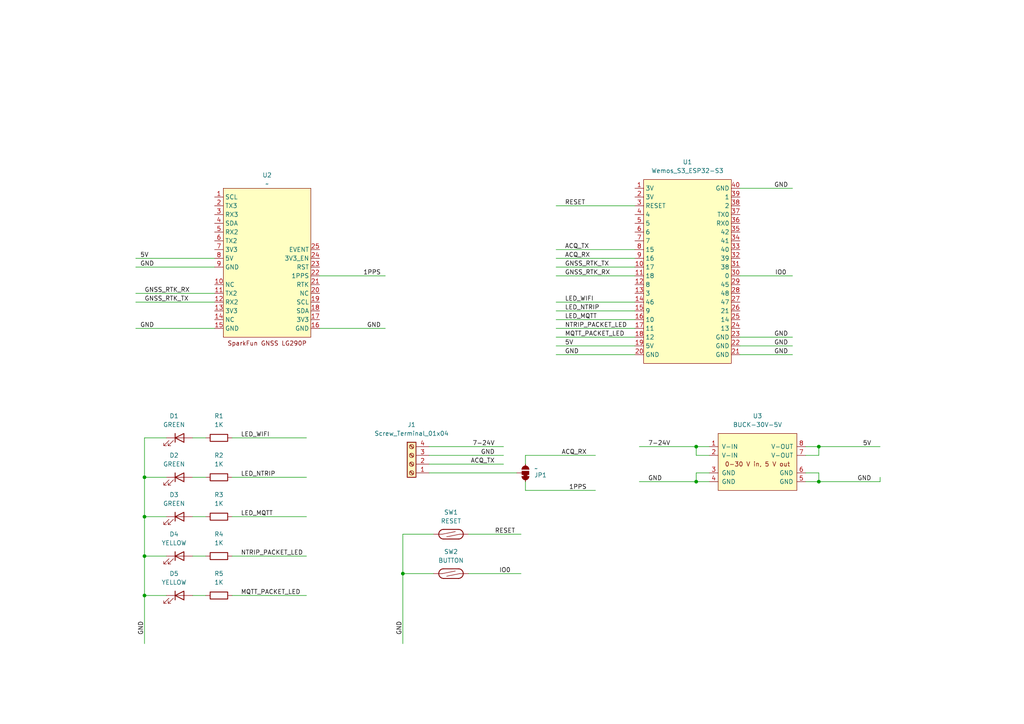
<source format=kicad_sch>
(kicad_sch (version 20250114) (generator "eeschema") (generator_version "9.0")
  (paper "A4")
  (lib_symbols
    (symbol "Connector:Screw_Terminal_01x04" (pin_names (offset 1.016) (hide yes))
      (property "Reference" "J" (at 0 5.08 0))
      (property "Value" "Screw_Terminal_01x04" (at 0 -7.62 0))
      (symbol "Screw_Terminal_01x04_1_1"
        (rectangle (start -1.27 3.81) (end 1.27 -6.35) (stroke (width 0.254)) (fill (type background)))
        (polyline (pts (xy -0.5334 2.8702) (xy 0.3302 2.032)) (stroke (width 0.1524)))
        (polyline (pts (xy -0.5334 0.3302) (xy 0.3302 -0.508)) (stroke (width 0.1524)))
        (polyline (pts (xy -0.5334 -2.2098) (xy 0.3302 -3.048)) (stroke (width 0.1524)))
        (polyline (pts (xy -0.5334 -4.7498) (xy 0.3302 -5.588)) (stroke (width 0.1524)))
        (polyline (pts (xy -0.3556 3.048) (xy 0.508 2.2098)) (stroke (width 0.1524)))
        (polyline (pts (xy -0.3556 0.508) (xy 0.508 -0.3302)) (stroke (width 0.1524)))
        (polyline (pts (xy -0.3556 -2.032) (xy 0.508 -2.8702)) (stroke (width 0.1524)))
        (polyline (pts (xy -0.3556 -4.572) (xy 0.508 -5.4102)) (stroke (width 0.1524)))
        (circle (center 0 2.54) (radius 0.635) (stroke (width 0.1524)))
        (circle (center 0 0) (radius 0.635) (stroke (width 0.1524)))
        (circle (center 0 -2.54) (radius 0.635) (stroke (width 0.1524)))
        (circle (center 0 -5.08) (radius 0.635) (stroke (width 0.1524)))
        (pin passive line (at -5.08 2.54 0) (length 3.81) (name "Pin_1") (number "1"))
        (pin passive line (at -5.08 0 0) (length 3.81) (name "Pin_2") (number "2"))
        (pin passive line (at -5.08 -2.54 0) (length 3.81) (name "Pin_3") (number "3"))
        (pin passive line (at -5.08 -5.08 0) (length 3.81) (name "Pin_4") (number "4"))
      )
    )
    (symbol "Device:LED" (pin_numbers (hide yes)) (pin_names (offset 1.016) (hide yes))
      (property "Reference" "D" (at 0 2.54 0))
      (property "Value" "LED" (at 0 -2.54 0))
      (symbol "LED_0_1"
        (polyline (pts (xy -3.048 -0.762) (xy -4.572 -2.286) (xy -3.81 -2.286) (xy -4.572 -2.286) (xy -4.572 -1.524)))
        (polyline (pts (xy -1.778 -0.762) (xy -3.302 -2.286) (xy -2.54 -2.286) (xy -3.302 -2.286) (xy -3.302 -1.524)))
        (polyline (pts (xy -1.27 0) (xy 1.27 0)))
        (polyline (pts (xy -1.27 -1.27) (xy -1.27 1.27)) (stroke (width 0.254)))
        (polyline (pts (xy 1.27 -1.27) (xy 1.27 1.27) (xy -1.27 0) (xy 1.27 -1.27)) (stroke (width 0.254)))
      )
      (symbol "LED_1_1"
        (pin passive line (at -3.81 0 0) (length 2.54) (name "K") (number "1"))
        (pin passive line (at 3.81 0 180) (length 2.54) (name "A") (number "2"))
      )
    )
    (symbol "Device:R" (pin_numbers (hide yes)) (pin_names (offset 0))
      (property "Reference" "R" (at 2.032 0 90))
      (property "Value" "R" (at 0 0 90))
      (symbol "R_0_1"
        (rectangle (start -1.016 -2.54) (end 1.016 2.54) (stroke (width 0.254)))
      )
      (symbol "R_1_1"
        (pin passive line (at 0 3.81 270) (length 1.27) (name "~") (number "1"))
        (pin passive line (at 0 -3.81 90) (length 1.27) (name "~") (number "2"))
      )
    )
    (symbol "SparkFun-Jumper:SolderJumper_3_Bridged12" (pin_numbers (hide yes)) (pin_names (offset 0) (hide yes))
      (property "Reference" "JP" (at 0 2.54 0))
      (property "Value" "~" (at 3.81 1.27 0))
      (symbol "SolderJumper_3_Bridged12_0_1"
        (polyline (pts (xy -2.54 0) (xy -2.032 0)))
        (polyline (pts (xy -1.016 1.016) (xy -1.016 -1.016)))
        (rectangle (start -1.016 0.508) (end -0.508 -0.508) (fill (type outline)))
        (arc (start -1.016 -1.016) (mid -2.0276 0) (end -1.016 1.016))
        (arc (start -1.016 -1.016) (mid -2.0276 0) (end -1.016 1.016) (fill (type outline)))
        (rectangle (start -0.508 1.016) (end 0.508 -1.016) (fill (type outline)))
        (polyline (pts (xy 0 -1.27) (xy 0 -1.016)))
        (arc (start 1.016 1.016) (mid 2.0276 0) (end 1.016 -1.016))
        (arc (start 1.016 1.016) (mid 2.0276 0) (end 1.016 -1.016) (fill (type outline)))
        (polyline (pts (xy 1.016 1.016) (xy 1.016 -1.016)))
        (polyline (pts (xy 2.54 0) (xy 2.032 0)))
      )
      (symbol "SolderJumper_3_Bridged12_1_1"
        (pin passive line (at -2.54 0 0) (length 1.27) (name "A") (number "1"))
        (pin passive line (at 0 -2.54 90) (length 1.27) (name "B") (number "2"))
        (pin passive line (at 2.54 0 180) (length 1.27) (name "C") (number "3"))
      )
    )
    (symbol "Switch:SW_Reed" (pin_numbers (hide yes)) (pin_names (offset 0) (hide yes))
      (property "Reference" "SW" (at 0 2.54 0))
      (property "Value" "SW_Reed" (at 0 -2.54 0))
      (symbol "SW_Reed_0_0"
        (polyline (pts (xy -2.54 0) (xy 1.27 0.762)))
        (polyline (pts (xy -2.159 -1.397) (xy 2.286 -1.397)) (stroke (width 0.254)))
        (arc (start -2.159 -1.397) (mid -3.55 0) (end -2.159 1.397) (stroke (width 0.254)))
        (arc (start 2.159 1.397) (mid 3.55 0) (end 2.159 -1.397) (stroke (width 0.254)))
        (polyline (pts (xy 2.159 1.397) (xy -2.159 1.397)) (stroke (width 0.254)))
        (polyline (pts (xy 2.54 0) (xy -1.27 -0.762)))
      )
      (symbol "SW_Reed_1_1"
        (pin passive line (at -5.08 0 0) (length 2.54) (name "1") (number "1"))
        (pin passive line (at 5.08 0 180) (length 2.54) (name "2") (number "2"))
      )
    )
    (symbol "my-KiCad-library:BUCK-30V-5V-ESP32_node" (pin_names (offset 1.016))
      (property "Reference" "U8" (at 0 13.081 0))
      (property "Value" "BUCK-30V-5V" (at 0 10.7696 0))
      (symbol "BUCK-30V-5V-ESP32_node_0_0"
        (text "0-30 V in, 5 V out" (at 0 0 0) (effects (font (size 1.27 1.27))))
      )
      (symbol "BUCK-30V-5V-ESP32_node_1_0"
        (rectangle (start -11.43 8.89) (end 11.43 -7.62) (fill (type background)))
      )
      (symbol "BUCK-30V-5V-ESP32_node_1_1"
        (pin power_in line (at -13.97 5.08 0) (length 2.54) (name "V-IN") (number "1"))
        (pin power_in line (at -13.97 2.54 0) (length 2.54) (name "V-IN") (number "2"))
        (pin power_in line (at -13.97 -2.54 0) (length 2.54) (name "GND") (number "3"))
        (pin power_in line (at -13.97 -5.08 0) (length 2.54) (name "GND") (number "4"))
        (pin power_out line (at 13.97 5.08 180) (length 2.54) (name "V-OUT") (number "8"))
        (pin power_out line (at 13.97 2.54 180) (length 2.54) (name "V-OUT") (number "7"))
        (pin power_in line (at 13.97 -2.54 180) (length 2.54) (name "GND") (number "6"))
        (pin power_out line (at 13.97 -5.08 180) (length 2.54) (name "GND") (number "5"))
      )
    )
    (symbol "my-KiCad-library:SparkFun_GNSS_LG290P"
      (property "Reference" "U" (at 0 0.254 0))
      (symbol "SparkFun_GNSS_LG290P_1_1"
        (rectangle (start -12.7 22.86) (end 12.7 -20.32) (fill (type background)))
        (text "SparkFun GNSS LG290P" (at 0 -22.098 0) (effects (font (size 1.27 1.27))))
        (pin bidirectional line (at -15.24 20.32 0) (length 2.54) (name "SCL") (number "1"))
        (pin output line (at -15.24 17.78 0) (length 2.54) (name "TX3") (number "2"))
        (pin input line (at -15.24 15.24 0) (length 2.54) (name "RX3") (number "3"))
        (pin bidirectional line (at -15.24 12.7 0) (length 2.54) (name "SDA") (number "4"))
        (pin input line (at -15.24 10.16 0) (length 2.54) (name "RX2") (number "5"))
        (pin input line (at -15.24 7.62 0) (length 2.54) (name "TX2") (number "6"))
        (pin power_out line (at -15.24 5.08 0) (length 2.54) (name "3V3") (number "7"))
        (pin power_in line (at -15.24 2.54 0) (length 2.54) (name "5V") (number "8"))
        (pin power_in line (at -15.24 0 0) (length 2.54) (name "GND") (number "9"))
        (pin free line (at -15.24 -5.08 0) (length 2.54) (name "NC") (number "10"))
        (pin output line (at -15.24 -7.62 0) (length 2.54) (name "TX2") (number "11"))
        (pin input line (at -15.24 -10.16 0) (length 2.54) (name "RX2") (number "12"))
        (pin power_out line (at -15.24 -12.7 0) (length 2.54) (name "3V3") (number "13"))
        (pin free line (at -15.24 -15.24 0) (length 2.54) (name "NC") (number "14"))
        (pin power_in line (at -15.24 -17.78 0) (length 2.54) (name "GND") (number "15"))
        (pin input line (at 15.24 5.08 180) (length 2.54) (name "EVENT") (number "25"))
        (pin input line (at 15.24 2.54 180) (length 2.54) (name "3V3_EN") (number "24"))
        (pin input line (at 15.24 0 180) (length 2.54) (name "RST") (number "23"))
        (pin output line (at 15.24 -2.54 180) (length 2.54) (name "1PPS") (number "22"))
        (pin output line (at 15.24 -5.08 180) (length 2.54) (name "RTK") (number "21"))
        (pin free line (at 15.24 -7.62 180) (length 2.54) (name "NC") (number "20"))
        (pin bidirectional line (at 15.24 -10.16 180) (length 2.54) (name "SCL") (number "19"))
        (pin bidirectional line (at 15.24 -12.7 180) (length 2.54) (name "SDA") (number "18"))
        (pin power_out line (at 15.24 -15.24 180) (length 2.54) (name "3V3") (number "17"))
        (pin power_in line (at 15.24 -17.78 180) (length 2.54) (name "GND") (number "16"))
      )
    )
    (symbol "my-KiCad-library:Wemos_S3_ESP32-S3"
      (property "Reference" "U" (at 0 0 0))
      (property "Value" "Wemos_S3_ESP32-S3" (at -0.254 26.924 0))
      (symbol "Wemos_S3_ESP32-S3_1_1"
        (rectangle (start -12.7 25.4) (end 12.7 -27.94) (fill (type background)))
        (pin power_in line (at -15.24 22.86 0) (length 2.54) (name "3V") (number "1"))
        (pin power_in line (at -15.24 20.32 0) (length 2.54) (name "3V") (number "2"))
        (pin bidirectional line (at -15.24 17.78 0) (length 2.54) (name "RESET") (number "3"))
        (pin bidirectional line (at -15.24 15.24 0) (length 2.54) (name "4") (number "4"))
        (pin bidirectional line (at -15.24 12.7 0) (length 2.54) (name "5") (number "5"))
        (pin bidirectional line (at -15.24 10.16 0) (length 2.54) (name "6") (number "6"))
        (pin bidirectional line (at -15.24 7.62 0) (length 2.54) (name "7") (number "7"))
        (pin bidirectional line (at -15.24 5.08 0) (length 2.54) (name "15") (number "8"))
        (pin bidirectional line (at -15.24 2.54 0) (length 2.54) (name "16") (number "9"))
        (pin bidirectional line (at -15.24 0 0) (length 2.54) (name "17") (number "10"))
        (pin bidirectional line (at -15.24 -2.54 0) (length 2.54) (name "18") (number "11"))
        (pin bidirectional line (at -15.24 -5.08 0) (length 2.54) (name "8") (number "12"))
        (pin bidirectional line (at -15.24 -7.62 0) (length 2.54) (name "3") (number "13"))
        (pin bidirectional line (at -15.24 -10.16 0) (length 2.54) (name "46") (number "14"))
        (pin bidirectional line (at -15.24 -12.7 0) (length 2.54) (name "9") (number "15"))
        (pin bidirectional line (at -15.24 -15.24 0) (length 2.54) (name "10") (number "16"))
        (pin bidirectional line (at -15.24 -17.78 0) (length 2.54) (name "11") (number "17"))
        (pin bidirectional line (at -15.24 -20.32 0) (length 2.54) (name "12") (number "18"))
        (pin power_in line (at -15.24 -22.86 0) (length 2.54) (name "5V") (number "19"))
        (pin bidirectional line (at -15.24 -25.4 0) (length 2.54) (name "GND") (number "20"))
        (pin bidirectional line (at 15.24 22.86 180) (length 2.54) (name "GND") (number "40"))
        (pin bidirectional line (at 15.24 20.32 180) (length 2.54) (name "1") (number "39"))
        (pin bidirectional line (at 15.24 17.78 180) (length 2.54) (name "2") (number "38"))
        (pin bidirectional line (at 15.24 15.24 180) (length 2.54) (name "TX0") (number "37"))
        (pin bidirectional line (at 15.24 12.7 180) (length 2.54) (name "RX0") (number "36"))
        (pin bidirectional line (at 15.24 10.16 180) (length 2.54) (name "42") (number "35"))
        (pin bidirectional line (at 15.24 7.62 180) (length 2.54) (name "41") (number "34"))
        (pin bidirectional line (at 15.24 5.08 180) (length 2.54) (name "40") (number "33"))
        (pin bidirectional line (at 15.24 2.54 180) (length 2.54) (name "39") (number "32"))
        (pin bidirectional line (at 15.24 0 180) (length 2.54) (name "38") (number "31"))
        (pin bidirectional line (at 15.24 -2.54 180) (length 2.54) (name "0") (number "30"))
        (pin bidirectional line (at 15.24 -5.08 180) (length 2.54) (name "45") (number "29"))
        (pin bidirectional line (at 15.24 -7.62 180) (length 2.54) (name "48") (number "28"))
        (pin bidirectional line (at 15.24 -10.16 180) (length 2.54) (name "47") (number "27"))
        (pin bidirectional line (at 15.24 -12.7 180) (length 2.54) (name "21") (number "26"))
        (pin bidirectional line (at 15.24 -15.24 180) (length 2.54) (name "14") (number "25"))
        (pin bidirectional line (at 15.24 -17.78 180) (length 2.54) (name "13") (number "24"))
        (pin bidirectional line (at 15.24 -20.32 180) (length 2.54) (name "GND") (number "23"))
        (pin bidirectional line (at 15.24 -22.86 180) (length 2.54) (name "GND") (number "22"))
        (pin bidirectional line (at 15.24 -25.4 180) (length 2.54) (name "GND") (number "21"))
      )
    )
  )
  (junction (at 237.49 139.7))
  (junction (at 41.91 149.86))
  (junction (at 41.91 172.72))
  (junction (at 201.93 129.54))
  (junction (at 201.93 139.7))
  (junction (at 41.91 138.43))
  (junction (at 41.91 161.29))
  (junction (at 116.84 166.37))
  (junction (at 237.49 129.54))
  (wire (pts (xy 161.29 102.87) (xy 184.15 102.87)))
  (wire (pts (xy 88.9 127) (xy 67.31 127)))
  (wire (pts (xy 161.29 80.01) (xy 184.15 80.01)))
  (wire (pts (xy 48.26 127) (xy 41.91 127)))
  (wire (pts (xy 161.29 87.63) (xy 184.15 87.63)))
  (wire (pts (xy 152.4 132.08) (xy 172.72 132.08)))
  (wire (pts (xy 233.68 132.08) (xy 237.49 132.08)))
  (wire (pts (xy 152.4 134.62) (xy 152.4 132.08)))
  (wire (pts (xy 116.84 166.37) (xy 125.73 166.37)))
  (wire (pts (xy 152.4 142.24) (xy 172.72 142.24)))
  (wire (pts (xy 41.91 138.43) (xy 41.91 149.86)))
  (wire (pts (xy 161.29 90.17) (xy 184.15 90.17)))
  (wire (pts (xy 205.74 137.16) (xy 201.93 137.16)))
  (wire (pts (xy 161.29 100.33) (xy 184.15 100.33)))
  (wire (pts (xy 39.37 87.63) (xy 62.23 87.63)))
  (wire (pts (xy 185.42 129.54) (xy 201.93 129.54)))
  (wire (pts (xy 135.89 166.37) (xy 151.13 166.37)))
  (wire (pts (xy 48.26 161.29) (xy 41.91 161.29)))
  (wire (pts (xy 124.46 129.54) (xy 146.05 129.54)))
  (wire (pts (xy 41.91 161.29) (xy 41.91 172.72)))
  (wire (pts (xy 201.93 132.08) (xy 201.93 129.54)))
  (wire (pts (xy 161.29 72.39) (xy 184.15 72.39)))
  (wire (pts (xy 214.63 54.61) (xy 229.87 54.61)))
  (wire (pts (xy 161.29 92.71) (xy 184.15 92.71)))
  (wire (pts (xy 41.91 149.86) (xy 41.91 161.29)))
  (wire (pts (xy 92.71 95.25) (xy 111.76 95.25)))
  (wire (pts (xy 214.63 100.33) (xy 229.87 100.33)))
  (wire (pts (xy 135.89 154.94) (xy 151.13 154.94)))
  (wire (pts (xy 39.37 77.47) (xy 62.23 77.47)))
  (wire (pts (xy 161.29 97.79) (xy 184.15 97.79)))
  (wire (pts (xy 41.91 127) (xy 41.91 138.43)))
  (wire (pts (xy 39.37 85.09) (xy 62.23 85.09)))
  (wire (pts (xy 59.69 161.29) (xy 55.88 161.29)))
  (wire (pts (xy 161.29 95.25) (xy 184.15 95.25)))
  (wire (pts (xy 59.69 149.86) (xy 55.88 149.86)))
  (wire (pts (xy 88.9 161.29) (xy 67.31 161.29)))
  (wire (pts (xy 237.49 139.7) (xy 255.27 139.7)))
  (wire (pts (xy 161.29 77.47) (xy 184.15 77.47)))
  (wire (pts (xy 88.9 149.86) (xy 67.31 149.86)))
  (wire (pts (xy 255.27 138.43) (xy 255.27 139.7)))
  (wire (pts (xy 125.73 154.94) (xy 116.84 154.94)))
  (wire (pts (xy 214.63 80.01) (xy 229.87 80.01)))
  (wire (pts (xy 39.37 74.93) (xy 62.23 74.93)))
  (wire (pts (xy 185.42 139.7) (xy 201.93 139.7)))
  (wire (pts (xy 214.63 102.87) (xy 229.87 102.87)))
  (wire (pts (xy 116.84 154.94) (xy 116.84 166.37)))
  (wire (pts (xy 233.68 129.54) (xy 237.49 129.54)))
  (wire (pts (xy 124.46 134.62) (xy 146.05 134.62)))
  (wire (pts (xy 41.91 172.72) (xy 41.91 186.69)))
  (wire (pts (xy 88.9 172.72) (xy 67.31 172.72)))
  (wire (pts (xy 59.69 127) (xy 55.88 127)))
  (wire (pts (xy 152.4 139.7) (xy 152.4 142.24)))
  (wire (pts (xy 201.93 129.54) (xy 205.74 129.54)))
  (wire (pts (xy 48.26 172.72) (xy 41.91 172.72)))
  (wire (pts (xy 161.29 74.93) (xy 184.15 74.93)))
  (wire (pts (xy 59.69 172.72) (xy 55.88 172.72)))
  (wire (pts (xy 48.26 149.86) (xy 41.91 149.86)))
  (wire (pts (xy 201.93 137.16) (xy 201.93 139.7)))
  (wire (pts (xy 233.68 139.7) (xy 237.49 139.7)))
  (wire (pts (xy 205.74 132.08) (xy 201.93 132.08)))
  (wire (pts (xy 201.93 139.7) (xy 205.74 139.7)))
  (wire (pts (xy 92.71 80.01) (xy 111.76 80.01)))
  (wire (pts (xy 161.29 59.69) (xy 184.15 59.69)))
  (wire (pts (xy 48.26 138.43) (xy 41.91 138.43)))
  (wire (pts (xy 237.49 129.54) (xy 255.27 129.54)))
  (wire (pts (xy 124.46 132.08) (xy 146.05 132.08)))
  (wire (pts (xy 233.68 137.16) (xy 237.49 137.16)))
  (wire (pts (xy 214.63 97.79) (xy 229.87 97.79)))
  (wire (pts (xy 124.46 137.16) (xy 149.86 137.16)))
  (wire (pts (xy 59.69 138.43) (xy 55.88 138.43)))
  (wire (pts (xy 116.84 166.37) (xy 116.84 186.69)))
  (wire (pts (xy 39.37 95.25) (xy 62.23 95.25)))
  (wire (pts (xy 237.49 137.16) (xy 237.49 139.7)))
  (wire (pts (xy 237.49 132.08) (xy 237.49 129.54)))
  (wire (pts (xy 88.9 138.43) (xy 67.31 138.43)))
  (label "5V" (at 252.73 129.54 180))
  (label "5V" (at 163.83 100.33 0))
  (label "RESET" (at 163.83 59.69 0))
  (label "7-24V" (at 187.96 129.54 0))
  (label "NTRIP_PACKET_LED" (at 69.85 161.29 0))
  (label "LED_MQTT" (at 69.85 149.86 0))
  (label "LED_NTRIP" (at 163.83 90.17 0))
  (label "MQTT_PACKET_LED" (at 163.83 97.79 0))
  (label "RESET" (at 143.51 154.94 0))
  (label "MQTT_PACKET_LED" (at 69.85 172.72 0))
  (label "1PPS" (at 110.49 80.01 180))
  (label "GNSS_RTK_RX" (at 41.91 85.09 0))
  (label "GND" (at 116.84 184.15 90))
  (label "GND" (at 40.64 77.47 0))
  (label "GND" (at 252.73 139.7 180))
  (label "GND" (at 228.6 54.61 180))
  (label "1PPS" (at 170.18 142.24 180))
  (label "7-24V" (at 143.51 129.54 180))
  (label "ACQ_TX" (at 163.83 72.39 0))
  (label "GND" (at 40.64 95.25 0))
  (label "ACQ_RX" (at 163.83 74.93 0))
  (label "LED_WIFI" (at 69.85 127 0))
  (label "ACQ_RX" (at 170.18 132.08 180))
  (label "GNSS_RTK_RX" (at 163.83 80.01 0))
  (label "GND" (at 187.96 139.7 0))
  (label "GND" (at 228.6 97.79 180))
  (label "5V" (at 40.64 74.93 0))
  (label "LED_MQTT" (at 163.83 92.71 0))
  (label "GND" (at 228.6 102.87 180))
  (label "GND" (at 110.49 95.25 180))
  (label "IO0" (at 144.78 166.37 0))
  (label "GND" (at 41.91 184.15 90))
  (label "ACQ_TX" (at 143.51 134.62 180))
  (label "GND" (at 228.6 100.33 180))
  (label "GNSS_RTK_TX" (at 163.83 77.47 0))
  (label "GNSS_RTK_TX" (at 41.91 87.63 0))
  (label "GND" (at 143.51 132.08 180))
  (label "LED_WIFI" (at 163.83 87.63 0))
  (label "IO0" (at 224.79 80.01 0))
  (label "LED_NTRIP" (at 69.85 138.43 0))
  (label "GND" (at 163.83 102.87 0))
  (label "NTRIP_PACKET_LED" (at 163.83 95.25 0))
  (symbol (lib_id "Device:R") (at 63.5 138.43 90) (unit 1)
    (property "Reference" "R2" (at 63.5 132.08 90))
    (property "Value" "1K" (at 63.5 134.62 90))
    (property "Footprint" "Resistor_SMD:R_1206_3216Metric" (effects (hide yes)))
    (property "Description" "Resistor" (effects (hide yes)))
  )
  (symbol (lib_id "my-KiCad-library:Wemos_S3_ESP32-S3") (at 199.39 77.47 0) (unit 1)
    (property "Reference" "U1" (at 199.39 46.99 0))
    (property "Value" "Wemos_S3_ESP32-S3" (at 199.39 49.53 0))
    (property "Footprint" "my-KiCad-library:Wemos_S3_ESP32-S3" (effects (hide yes)))
    (property "Description" "Wemos S3 ESP32-S3 board" (effects (hide yes)))
  )
  (symbol (lib_id "Switch:SW_Reed") (at 130.81 166.37 0) (unit 1)
    (property "Reference" "SW2" (at 130.81 160.02 0))
    (property "Value" "BUTTON" (at 130.81 162.56 0))
    (property "Footprint" "my-KiCad-library:SW_SPST_REED_20mm" (effects (hide yes)))
    (property "Description" "reed switch" (effects (hide yes)))
  )
  (symbol (lib_id "my-KiCad-library:BUCK-30V-5V-ESP32_node") (at 219.71 134.62 0) (unit 1)
    (property "Reference" "U3" (at 219.71 120.65 0))
    (property "Value" "BUCK-30V-5V" (at 219.71 123.19 0))
    (property "Footprint" "my-KiCad-library:BUCK-30V-5V" (effects (hide yes)))
  )
  (symbol (lib_id "Device:R") (at 63.5 127 90) (unit 1)
    (property "Reference" "R1" (at 63.5 120.65 90))
    (property "Value" "1K" (at 63.5 123.19 90))
    (property "Footprint" "Resistor_SMD:R_1206_3216Metric" (effects (hide yes)))
    (property "Description" "Resistor" (effects (hide yes)))
  )
  (symbol (lib_id "Connector:Screw_Terminal_01x04") (at 119.38 134.62 180) (unit 1)
    (property "Reference" "J1" (at 119.38 123.19 0))
    (property "Value" "Screw_Terminal_01x04" (at 119.38 125.73 0))
    (property "Footprint" "Connector_Phoenix_MSTB:PhoenixContact_MSTBVA_2,5_4-G_1x04_P5.00mm_Vertical" (effects (hide yes)))
    (property "Description" "Generic screw terminal, single row, 01x04, script generated (kicad-library-utils/schlib/autogen/connector/)" (effects (hide yes)))
  )
  (symbol (lib_id "Device:R") (at 63.5 172.72 90) (unit 1)
    (property "Reference" "R5" (at 63.5 166.37 90))
    (property "Value" "1K" (at 63.5 168.91 90))
    (property "Footprint" "Resistor_SMD:R_1206_3216Metric" (effects (hide yes)))
    (property "Description" "Resistor" (effects (hide yes)))
  )
  (symbol (lib_id "Device:LED") (at 52.07 138.43 0) (unit 1)
    (property "Reference" "D2" (at 50.4825 132.08 0))
    (property "Value" "GREEN" (at 50.4825 134.62 0))
    (property "Footprint" "LED_SMD:LED_1206_3216Metric" (effects (hide yes)))
    (property "Description" "Light emitting diode" (effects (hide yes)))
    (property "Sim.Pins" "1=K 2=A" (effects (hide yes)))
  )
  (symbol (lib_id "Device:LED") (at 52.07 172.72 0) (unit 1)
    (property "Reference" "D5" (at 50.4825 166.37 0))
    (property "Value" "YELLOW" (at 50.4825 168.91 0))
    (property "Footprint" "LED_SMD:LED_1206_3216Metric" (effects (hide yes)))
    (property "Description" "Light emitting diode" (effects (hide yes)))
    (property "Sim.Pins" "1=K 2=A" (effects (hide yes)))
  )
  (symbol (lib_id "Device:R") (at 63.5 161.29 90) (unit 1)
    (property "Reference" "R4" (at 63.5 154.94 90))
    (property "Value" "1K" (at 63.5 157.48 90))
    (property "Footprint" "Resistor_SMD:R_1206_3216Metric" (effects (hide yes)))
    (property "Description" "Resistor" (effects (hide yes)))
  )
  (symbol (lib_id "Switch:SW_Reed") (at 130.81 154.94 0) (unit 1)
    (property "Reference" "SW1" (at 130.81 148.59 0))
    (property "Value" "RESET" (at 130.81 151.13 0))
    (property "Footprint" "my-KiCad-library:SW_SPST_REED_20mm" (effects (hide yes)))
    (property "Description" "reed switch" (effects (hide yes)))
  )
  (symbol (lib_id "Device:LED") (at 52.07 161.29 0) (unit 1)
    (property "Reference" "D4" (at 50.4825 154.94 0))
    (property "Value" "YELLOW" (at 50.4825 157.48 0))
    (property "Footprint" "LED_SMD:LED_1206_3216Metric" (effects (hide yes)))
    (property "Description" "Light emitting diode" (effects (hide yes)))
    (property "Sim.Pins" "1=K 2=A" (effects (hide yes)))
  )
  (symbol (lib_id "my-KiCad-library:SparkFun_GNSS_LG290P") (at 77.47 77.47 0) (unit 1)
    (property "Reference" "U2" (at 77.47 50.8 0))
    (property "Value" "~" (at 77.47 53.34 0))
    (property "Footprint" "my-KiCad-library:SparkFun_GNSS_LG290P" (effects (hide yes)))
    (property "Description" "SparkFun_GNSS_LG290P" (effects (hide yes)))
  )
  (symbol (lib_id "Device:R") (at 63.5 149.86 90) (unit 1)
    (property "Reference" "R3" (at 63.5 143.51 90))
    (property "Value" "1K" (at 63.5 146.05 90))
    (property "Footprint" "Resistor_SMD:R_1206_3216Metric" (effects (hide yes)))
    (property "Description" "Resistor" (effects (hide yes)))
  )
  (symbol (lib_id "Device:LED") (at 52.07 149.86 0) (unit 1)
    (property "Reference" "D3" (at 50.4825 143.51 0))
    (property "Value" "GREEN" (at 50.4825 146.05 0))
    (property "Footprint" "LED_SMD:LED_1206_3216Metric" (effects (hide yes)))
    (property "Description" "Light emitting diode" (effects (hide yes)))
    (property "Sim.Pins" "1=K 2=A" (effects (hide yes)))
  )
  (symbol (lib_id "Device:LED") (at 52.07 127 0) (unit 1)
    (property "Reference" "D1" (at 50.4825 120.65 0))
    (property "Value" "GREEN" (at 50.4825 123.19 0))
    (property "Footprint" "LED_SMD:LED_1206_3216Metric" (effects (hide yes)))
    (property "Description" "Light emitting diode" (effects (hide yes)))
    (property "Sim.Pins" "1=K 2=A" (effects (hide yes)))
  )
  (symbol (lib_id "SparkFun-Jumper:SolderJumper_3_Bridged12") (at 152.4 137.16 270) (mirror x) (unit 1)
    (property "Reference" "JP1" (at 154.94 137.7951 90) (effects (justify left)))
    (property "Value" "~" (at 154.94 135.89 90) (effects (justify left)))
    (property "Footprint" "SparkFun-Jumper:Jumper_3_NC-1_Trace" (effects (hide yes)))
    (property "Description" "3-pole Solder Jumper, pins 1+2 closed/bridged" (effects (hide yes)))
  )
)
</source>
